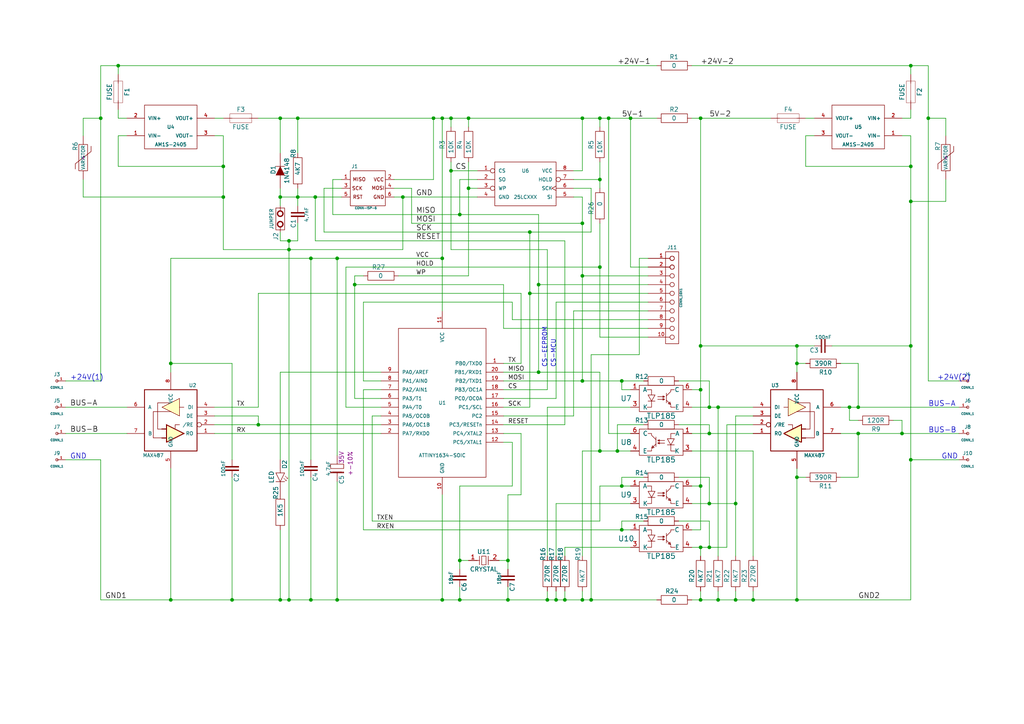
<source format=kicad_sch>
(kicad_sch (version 20211123) (generator eeschema)
  (paper "A4")
  (title_block (date "17 may 2013"))
  (lib_symbols
    (symbol "buscom-hub-rescue:25LCXXX" (pin_names (offset 1.016))
      (property "Reference" "U" (at 0 3.81 0))
      (property "Value" "25LCXXX" (at 0 -3.81 0))
      (symbol "25LCXXX_1_1"
        (pin input inverted (at -13.97 3.81 0) (length 5.08) (name "CS") (number "1"))
        (pin output line (at -13.97 1.27 0) (length 5.08) (name "SO") (number "2"))
        (pin input inverted (at -13.97 -1.27 0) (length 5.08) (name "WP") (number "3"))
        (pin power_in line (at -13.97 -3.81 0) (length 5.08) (name "GND") (number "4"))
        (pin input line (at 13.97 -3.81 180) (length 5.08) (name "SI") (number "5"))
        (pin input clock (at 13.97 -1.27 180) (length 5.08) (name "SCK") (number "6"))
        (pin bidirectional inverted (at 13.97 1.27 180) (length 5.08) (name "HOLD") (number "7"))
        (pin power_in line (at 13.97 3.81 180) (length 5.08) (name "VCC") (number "8"))
      )
    )
    (symbol "buscom-hub-rescue:AM1S-2405" (pin_names (offset 1.016))
      (property "Reference" "U" (at 0 0 0))
      (property "Value" "AM1S-2405" (at 0 -5.08 0))
      (symbol "AM1S-2405_1_1"
        (pin passive line (at -12.7 -2.54 0) (length 5.08) (name "VIN-") (number "1"))
        (pin power_in line (at -12.7 2.54 0) (length 5.08) (name "VIN+") (number "2"))
        (pin passive line (at 12.7 -2.54 180) (length 5.08) (name "VOUT-") (number "3"))
        (pin power_out line (at 12.7 2.54 180) (length 5.08) (name "VOUT+") (number "4"))
      )
    )
    (symbol "buscom-hub-rescue:C" (pin_numbers hide) (pin_names (offset 1.016) hide)
      (property "Reference" "C" (at 1.27 1.27 0))
      (property "Value" "C" (at 0 -2.54 0))
      (symbol "C_1_1"
        (pin input line (at -2.54 0 0) (length 1.905) (name "1") (number "1"))
        (pin input line (at 2.54 0 180) (length 1.905) (name "2") (number "2"))
      )
    )
    (symbol "buscom-hub-rescue:CONN-ISP-6" (pin_names (offset 1.016))
      (property "Reference" "J" (at -3.81 6.35 0))
      (property "Value" "CONN-ISP-6" (at -3.81 -5.715 0))
      (symbol "CONN-ISP-6_0_0"
        (text "MOSI" (at 2.9718 0.0762 0) (effects (font (size 1.016 1.016))))
        (text "SCK" (at -3.048 0 0) (effects (font (size 1.016 1.016))))
        (text "VCC" (at 3.175 2.54 0) (effects (font (size 1.016 1.016))))
      )
      (symbol "CONN-ISP-6_1_0"
        (text "GND" (at 3.175 -2.54 0) (effects (font (size 1.016 1.016))))
        (text "MISO" (at -2.4892 2.5908 0) (effects (font (size 1.016 1.016))))
        (text "RST" (at -2.921 -2.54 0) (effects (font (size 1.016 1.016))))
      )
      (symbol "CONN-ISP-6_1_1"
        (pin passive line (at -7.62 2.54 0) (length 2.54) (name "~") (number "1"))
        (pin passive line (at 7.62 2.54 180) (length 2.54) (name "~") (number "2"))
        (pin passive line (at -7.62 0 0) (length 2.54) (name "~") (number "3"))
        (pin passive line (at 7.62 0 180) (length 2.54) (name "~") (number "4"))
        (pin passive line (at -7.62 -2.54 0) (length 2.54) (name "~") (number "5"))
        (pin passive line (at 7.62 -2.54 180) (length 2.54) (name "~") (number "6"))
      )
    )
    (symbol "buscom-hub-rescue:CONN_1" (pin_names (offset 1.016))
      (property "Reference" "J" (at 0 1.905 0))
      (property "Value" "CONN_1" (at 0 -1.905 0))
      (symbol "CONN_1_1_1"
        (pin passive line (at -2.54 0 0) (length 2.54) (name "~") (number "1"))
      )
    )
    (symbol "buscom-hub-rescue:CONN_10X1" (pin_names (offset 1.016) hide)
      (property "Reference" "J" (at 1.905 14.605 0))
      (property "Value" "CONN_10X1" (at 4.445 0 90))
      (symbol "CONN_10X1_1_1"
        (pin passive inverted (at -5.08 11.43 0) (length 7.62) (name "1") (number "1"))
        (pin passive inverted (at -5.08 11.43 0) (length 7.62) (name "1") (number "1"))
        (pin input inverted (at -5.08 -11.43 0) (length 7.62) (name "10") (number "10"))
        (pin passive inverted (at -5.08 8.89 0) (length 7.62) (name "2") (number "2"))
        (pin passive inverted (at -5.08 8.89 0) (length 7.62) (name "2") (number "2"))
        (pin input inverted (at -5.08 6.35 0) (length 7.62) (name "3") (number "3"))
        (pin input inverted (at -5.08 3.81 0) (length 7.62) (name "4") (number "4"))
        (pin input inverted (at -5.08 1.27 0) (length 7.62) (name "5") (number "5"))
        (pin input inverted (at -5.08 -1.27 0) (length 7.62) (name "6") (number "6"))
        (pin input inverted (at -5.08 -3.81 0) (length 7.62) (name "7") (number "7"))
        (pin input inverted (at -5.08 -6.35 0) (length 7.62) (name "8") (number "8"))
        (pin input inverted (at -5.08 -8.89 0) (length 7.62) (name "9") (number "9"))
      )
    )
    (symbol "buscom-hub-rescue:CP" (pin_numbers hide) (pin_names (offset 1.016) hide)
      (property "Reference" "C" (at 1.905 1.27 0))
      (property "Value" "CP" (at 0 -2.54 0))
      (property "Voltage" "35V" (at -5.08 -5.334 0))
      (property "Tolrance" "+-10%" (at -5.08 -6.858 0))
      (symbol "CP_1_1"
        (pin input line (at -3.81 0 0) (length 2.54) (name "1") (number "1"))
        (pin input line (at 3.81 0 180) (length 2.54) (name "2") (number "2"))
      )
    )
    (symbol "buscom-hub-rescue:CRYSTAL" (pin_names (offset 1.016))
      (property "Reference" "U" (at 4.445 2.54 0))
      (property "Value" "CRYSTAL" (at 4.445 -2.54 0))
      (symbol "CRYSTAL_1_1"
        (pin output line (at 0 0 0) (length 2.54) (name "~") (number "1"))
        (pin output line (at 8.89 0 180) (length 2.54) (name "~") (number "2"))
      )
    )
    (symbol "buscom-hub-rescue:D" (pin_numbers hide) (pin_names (offset 1.016) hide)
      (property "Reference" "D" (at 0.254 2.032 0))
      (property "Value" "D" (at 0 -1.905 0))
      (symbol "D_1_1"
        (pin input line (at -5.08 0 0) (length 2.54) (name "A") (number "1"))
        (pin input line (at 5.08 0 180) (length 2.54) (name "C") (number "2"))
      )
    )
    (symbol "buscom-hub-rescue:FUSE" (pin_numbers hide) (pin_names (offset 1.016) hide)
      (property "Reference" "F" (at 0 2.54 0))
      (property "Value" "FUSE" (at 0 -2.54 0))
      (symbol "FUSE_1_1"
        (pin input line (at -5.08 0 0) (length 2.54) (name "1") (number "1"))
        (pin input line (at 5.08 0 180) (length 2.54) (name "2") (number "2"))
      )
    )
    (symbol "buscom-hub-rescue:JUMPER" (pin_numbers hide) (pin_names (offset 1.016) hide)
      (property "Reference" "J" (at -0.508 2.54 0))
      (property "Value" "JUMPER" (at 0 -2.54 0))
      (symbol "JUMPER_0_1"
        (pin passive line (at 3.81 0 180) (length 1.27) (name "2") (number "2"))
      )
      (symbol "JUMPER_1_1"
        (pin passive line (at -3.81 0 0) (length 1.27) (name "1") (number "1"))
      )
    )
    (symbol "buscom-hub-rescue:LED" (pin_numbers hide) (pin_names (offset 1.016) hide)
      (property "Reference" "D" (at 0 5.08 0))
      (property "Value" "LED" (at 3.175 1.27 0))
      (symbol "LED_1_1"
        (pin input line (at 0 3.81 0) (length 2.54) (name "A") (number "1"))
        (pin input line (at 10.16 3.81 180) (length 2.54) (name "C") (number "2"))
      )
    )
    (symbol "buscom-hub-rescue:MAX487" (pin_names (offset 1.016))
      (property "Reference" "U" (at -6.35 10.16 0))
      (property "Value" "MAX487" (at 5.08 -10.16 0))
      (symbol "MAX487_0_1"
        (pin output line (at -12.7 -3.81 0) (length 5.08) (name "RO") (number "1"))
      )
      (symbol "MAX487_1_1"
        (pin input inverted (at -12.7 -1.27 0) (length 5.08) (name "/RE") (number "2"))
        (pin input line (at -12.7 1.27 0) (length 5.08) (name "DE") (number "3"))
        (pin input line (at -12.7 3.81 0) (length 5.08) (name "DI") (number "4"))
        (pin power_out line (at 0 -13.97 90) (length 5.08) (name "GND") (number "5"))
        (pin bidirectional line (at 12.7 3.81 180) (length 5.08) (name "A") (number "6"))
        (pin bidirectional line (at 12.7 -3.81 180) (length 5.08) (name "B") (number "7"))
        (pin power_in line (at 0 13.97 270) (length 5.08) (name "VCC") (number "8"))
      )
    )
    (symbol "buscom-hub-rescue:OPTOKOPPLER" (pin_names (offset 1.016))
      (property "Reference" "U" (at 0 5.08 0))
      (property "Value" "OPTOKOPPLER" (at 0 -5.08 0))
      (symbol "OPTOKOPPLER_1_1"
        (pin input line (at -8.89 2.54 0) (length 2.54) (name "A") (number "1"))
        (pin input line (at -8.89 -2.54 0) (length 2.54) (name "K") (number "3"))
        (pin input line (at 8.89 -2.54 180) (length 2.54) (name "E") (number "4"))
        (pin input line (at 8.89 2.54 180) (length 2.54) (name "C") (number "6"))
      )
    )
    (symbol "buscom-hub-rescue:R" (pin_numbers hide) (pin_names (offset 1.016) hide)
      (property "Reference" "R" (at -1.27 -2.54 0))
      (property "Value" "R" (at -0.635 0 0))
      (symbol "R_1_1"
        (pin passive line (at -5.08 0 0) (length 1.27) (name "1") (number "1"))
        (pin passive line (at 5.08 0 180) (length 1.27) (name "2") (number "2"))
      )
    )
    (symbol "ics_controller_atmel:ATTINY1634-SOIC" (pin_names (offset 1.016))
      (property "Reference" "U" (at 0 0 0))
      (property "Value" "ATTINY1634-SOIC" (at 0 -15.24 0))
      (symbol "ATTINY1634-SOIC_1_1"
        (pin bidirectional line (at 17.78 11.43 180) (length 5.08) (name "PB0/TXD0") (number "1"))
        (pin power_in line (at 0 -26.67 90) (length 5.08) (name "GND") (number "10"))
        (pin power_in line (at 0 26.67 270) (length 5.08) (name "VCC") (number "11"))
        (pin bidirectional line (at 17.78 -11.43 180) (length 5.08) (name "PC5/XTAL1") (number "12"))
        (pin bidirectional line (at 17.78 -8.89 180) (length 5.08) (name "PC4/XTAL2") (number "13"))
        (pin bidirectional line (at 17.78 -6.35 180) (length 5.08) (name "PC3/RESETn") (number "14"))
        (pin bidirectional line (at 17.78 -3.81 180) (length 5.08) (name "PC2") (number "15"))
        (pin bidirectional line (at 17.78 -1.27 180) (length 5.08) (name "PC1/SCL") (number "16"))
        (pin bidirectional line (at 17.78 1.27 180) (length 5.08) (name "PC0/OC0A") (number "17"))
        (pin bidirectional line (at 17.78 3.81 180) (length 5.08) (name "PB3/OC1A") (number "18"))
        (pin bidirectional line (at 17.78 6.35 180) (length 5.08) (name "PB2/TXD1") (number "19"))
        (pin bidirectional line (at -17.78 -8.89 0) (length 5.08) (name "PA7/RXD0") (number "2"))
        (pin bidirectional line (at 17.78 8.89 180) (length 5.08) (name "PB1/RXD1") (number "20"))
        (pin bidirectional line (at -17.78 -6.35 0) (length 5.08) (name "PA6/OC1B") (number "3"))
        (pin bidirectional line (at -17.78 -3.81 0) (length 5.08) (name "PA5/OC0B") (number "4"))
        (pin bidirectional line (at -17.78 -1.27 0) (length 5.08) (name "PA4/T0") (number "5"))
        (pin input line (at -17.78 1.27 0) (length 5.08) (name "PA3/T1") (number "6"))
        (pin bidirectional line (at -17.78 3.81 0) (length 5.08) (name "PA2/AIN1") (number "7"))
        (pin bidirectional line (at -17.78 6.35 0) (length 5.08) (name "PA1/AIN0") (number "8"))
        (pin bidirectional line (at -17.78 8.89 0) (length 5.08) (name "PA0/AREF") (number "9"))
      )
    )
    (symbol "standard:Varistor" (pin_numbers hide) (pin_names (offset 1.016) hide)
      (property "Reference" "R" (at -3.937 -2.286 0))
      (property "Value" "Varistor" (at 0 0 0))
      (symbol "Varistor_1_1"
        (pin input line (at -6.35 0 0) (length 2.54) (name "1") (number "1"))
        (pin input line (at 6.35 0 180) (length 2.54) (name "2") (number "2"))
      )
    )
  )
  (junction (at 264.16 133.35))
  (junction (at 173.99 130.81))
  (junction (at 203.2 113.03))
  (junction (at 231.14 138.43))
  (junction (at 130.81 34.29))
  (junction (at 147.32 173.99))
  (junction (at 213.36 146.05))
  (junction (at 147.32 162.56))
  (junction (at 86.36 57.15))
  (junction (at 231.14 100.33))
  (junction (at 135.89 34.29))
  (junction (at 90.17 173.99))
  (junction (at 116.84 57.15))
  (junction (at 205.74 118.11))
  (junction (at 90.17 74.93))
  (junction (at 83.82 173.99))
  (junction (at 135.89 54.61))
  (junction (at 81.28 57.15))
  (junction (at 133.35 173.99))
  (junction (at 205.74 158.75))
  (junction (at 81.28 173.99))
  (junction (at 264.16 100.33))
  (junction (at 205.74 125.73))
  (junction (at 125.73 34.29))
  (junction (at 64.77 48.26))
  (junction (at 203.2 158.75))
  (junction (at 83.82 72.39))
  (junction (at 83.82 69.85))
  (junction (at 97.79 173.99))
  (junction (at 264.16 58.42))
  (junction (at 208.28 118.11))
  (junction (at 161.29 173.99))
  (junction (at 176.53 34.29))
  (junction (at 203.2 173.99))
  (junction (at 171.45 173.99))
  (junction (at 168.91 110.49))
  (junction (at 203.2 34.29))
  (junction (at 158.75 173.99))
  (junction (at 133.35 162.56))
  (junction (at 264.16 48.26))
  (junction (at 163.83 173.99))
  (junction (at 49.53 173.99))
  (junction (at 173.99 34.29))
  (junction (at 173.99 77.47))
  (junction (at 261.62 125.73))
  (junction (at 102.87 82.55))
  (junction (at 168.91 173.99))
  (junction (at 128.27 173.99))
  (junction (at 218.44 173.99))
  (junction (at 179.07 130.81))
  (junction (at 168.91 80.01))
  (junction (at 203.2 100.33))
  (junction (at 182.88 34.29))
  (junction (at 264.16 19.05))
  (junction (at 128.27 74.93))
  (junction (at 81.28 34.29))
  (junction (at 208.28 173.99))
  (junction (at 133.35 62.23))
  (junction (at 180.34 140.97))
  (junction (at 74.93 123.19))
  (junction (at 269.24 34.29))
  (junction (at 246.38 118.11))
  (junction (at 156.21 107.95))
  (junction (at 205.74 146.05))
  (junction (at 128.27 34.29))
  (junction (at 168.91 34.29))
  (junction (at 97.79 74.93))
  (junction (at 67.31 173.99))
  (junction (at 213.36 173.99))
  (junction (at 86.36 34.29))
  (junction (at 173.99 52.07))
  (junction (at 29.21 34.29))
  (junction (at 153.67 67.31))
  (junction (at 168.91 64.77))
  (junction (at 248.92 118.11))
  (junction (at 130.81 49.53))
  (junction (at 153.67 85.09))
  (junction (at 91.44 57.15))
  (junction (at 156.21 82.55))
  (junction (at 34.29 19.05))
  (junction (at 180.34 153.67))
  (junction (at 203.2 140.97))
  (junction (at 248.92 125.73))
  (junction (at 180.34 110.49))
  (junction (at 49.53 105.41))
  (junction (at 231.14 105.41))
  (junction (at 231.14 173.99))
  (junction (at 64.77 57.15))
  (wire (pts (xy 205.74 151.13) (xy 196.85 151.13)))
  (wire (pts (xy 130.81 46.99) (xy 130.81 49.53)))
  (wire (pts (xy 107.95 120.65) (xy 107.95 151.13)))
  (wire (pts (xy 200.66 19.05) (xy 264.16 19.05)))
  (wire (pts (xy 190.5 19.05) (xy 34.29 19.05)))
  (wire (pts (xy 171.45 102.87) (xy 185.42 102.87)))
  (wire (pts (xy 148.59 87.63) (xy 148.59 92.71)))
  (wire (pts (xy 233.68 39.37) (xy 233.68 48.26)))
  (wire (pts (xy 97.79 173.99) (xy 90.17 173.99)))
  (wire (pts (xy 34.29 19.05) (xy 34.29 21.59)))
  (wire (pts (xy 105.41 113.03) (xy 110.49 113.03)))
  (wire (pts (xy 81.28 57.15) (xy 81.28 59.69)))
  (wire (pts (xy 182.88 34.29) (xy 176.53 34.29)))
  (wire (pts (xy 185.42 74.93) (xy 185.42 102.87)))
  (wire (pts (xy 146.05 82.55) (xy 146.05 95.25)))
  (wire (pts (xy 158.75 173.99) (xy 158.75 171.45)))
  (wire (pts (xy 81.28 107.95) (xy 110.49 107.95)))
  (wire (pts (xy 264.16 48.26) (xy 264.16 39.37)))
  (wire (pts (xy 153.67 118.11) (xy 146.05 118.11)))
  (wire (pts (xy 180.34 113.03) (xy 182.88 113.03)))
  (wire (pts (xy 161.29 115.57) (xy 161.29 87.63)))
  (wire (pts (xy 187.96 90.17) (xy 166.37 90.17)))
  (wire (pts (xy 102.87 82.55) (xy 102.87 115.57)))
  (wire (pts (xy 264.16 173.99) (xy 264.16 133.35)))
  (wire (pts (xy 190.5 34.29) (xy 182.88 34.29)))
  (wire (pts (xy 205.74 158.75) (xy 205.74 151.13)))
  (wire (pts (xy 205.74 110.49) (xy 205.74 118.11)))
  (wire (pts (xy 171.45 54.61) (xy 171.45 67.31)))
  (wire (pts (xy 208.28 173.99) (xy 203.2 173.99)))
  (wire (pts (xy 205.74 118.11) (xy 200.66 118.11)))
  (wire (pts (xy 119.38 64.77) (xy 168.91 64.77)))
  (wire (pts (xy 151.13 85.09) (xy 74.93 85.09)))
  (wire (pts (xy 264.16 133.35) (xy 264.16 100.33)))
  (wire (pts (xy 83.82 173.99) (xy 83.82 72.39)))
  (wire (pts (xy 163.83 173.99) (xy 163.83 171.45)))
  (wire (pts (xy 36.83 39.37) (xy 34.29 39.37)))
  (wire (pts (xy 125.73 34.29) (xy 125.73 52.07)))
  (wire (pts (xy 151.13 143.51) (xy 151.13 125.73)))
  (wire (pts (xy 133.35 140.97) (xy 148.59 140.97)))
  (wire (pts (xy 205.74 138.43) (xy 196.85 138.43)))
  (wire (pts (xy 182.88 34.29) (xy 182.88 77.47)))
  (wire (pts (xy 102.87 82.55) (xy 146.05 82.55)))
  (wire (pts (xy 278.13 110.49) (xy 269.24 110.49)))
  (wire (pts (xy 187.96 80.01) (xy 168.91 80.01)))
  (wire (pts (xy 161.29 173.99) (xy 158.75 173.99)))
  (wire (pts (xy 168.91 173.99) (xy 168.91 171.45)))
  (wire (pts (xy 125.73 34.29) (xy 86.36 34.29)))
  (wire (pts (xy 231.14 107.95) (xy 231.14 105.41)))
  (wire (pts (xy 147.32 165.1) (xy 147.32 162.56)))
  (wire (pts (xy 102.87 115.57) (xy 110.49 115.57)))
  (wire (pts (xy 231.14 173.99) (xy 218.44 173.99)))
  (wire (pts (xy 173.99 54.61) (xy 173.99 52.07)))
  (wire (pts (xy 147.32 173.99) (xy 133.35 173.99)))
  (wire (pts (xy 158.75 173.99) (xy 147.32 173.99)))
  (wire (pts (xy 24.13 57.15) (xy 64.77 57.15)))
  (wire (pts (xy 203.2 140.97) (xy 200.66 140.97)))
  (wire (pts (xy 248.92 118.11) (xy 278.13 118.11)))
  (wire (pts (xy 264.16 58.42) (xy 264.16 48.26)))
  (wire (pts (xy 133.35 173.99) (xy 133.35 170.18)))
  (wire (pts (xy 158.75 118.11) (xy 158.75 161.29)))
  (wire (pts (xy 116.84 57.15) (xy 116.84 72.39)))
  (wire (pts (xy 261.62 125.73) (xy 278.13 125.73)))
  (wire (pts (xy 200.66 125.73) (xy 205.74 125.73)))
  (wire (pts (xy 261.62 34.29) (xy 264.16 34.29)))
  (wire (pts (xy 146.05 123.19) (xy 163.83 123.19)))
  (wire (pts (xy 97.79 74.93) (xy 128.27 74.93)))
  (wire (pts (xy 168.91 64.77) (xy 168.91 57.15)))
  (wire (pts (xy 133.35 52.07) (xy 133.35 62.23)))
  (wire (pts (xy 233.68 48.26) (xy 264.16 48.26)))
  (wire (pts (xy 146.05 115.57) (xy 161.29 115.57)))
  (wire (pts (xy 205.74 125.73) (xy 218.44 125.73)))
  (wire (pts (xy 186.69 138.43) (xy 180.34 138.43)))
  (wire (pts (xy 34.29 39.37) (xy 34.29 48.26)))
  (wire (pts (xy 248.92 118.11) (xy 248.92 105.41)))
  (wire (pts (xy 133.35 173.99) (xy 128.27 173.99)))
  (wire (pts (xy 187.96 87.63) (xy 161.29 87.63)))
  (wire (pts (xy 74.93 118.11) (xy 62.23 118.11)))
  (wire (pts (xy 29.21 110.49) (xy 19.05 110.49)))
  (wire (pts (xy 208.28 161.29) (xy 208.28 118.11)))
  (wire (pts (xy 166.37 90.17) (xy 166.37 120.65)))
  (wire (pts (xy 180.34 110.49) (xy 180.34 113.03)))
  (wire (pts (xy 133.35 62.23) (xy 156.21 62.23)))
  (wire (pts (xy 130.81 34.29) (xy 128.27 34.29)))
  (wire (pts (xy 186.69 110.49) (xy 180.34 110.49)))
  (wire (pts (xy 261.62 121.92) (xy 261.62 125.73)))
  (wire (pts (xy 81.28 34.29) (xy 74.93 34.29)))
  (wire (pts (xy 246.38 118.11) (xy 248.92 118.11)))
  (wire (pts (xy 179.07 123.19) (xy 186.69 123.19)))
  (wire (pts (xy 180.34 151.13) (xy 180.34 153.67)))
  (wire (pts (xy 74.93 123.19) (xy 110.49 123.19)))
  (wire (pts (xy 205.74 123.19) (xy 205.74 125.73)))
  (wire (pts (xy 168.91 110.49) (xy 146.05 110.49)))
  (wire (pts (xy 133.35 162.56) (xy 133.35 140.97)))
  (wire (pts (xy 83.82 72.39) (xy 64.77 72.39)))
  (wire (pts (xy 203.2 100.33) (xy 231.14 100.33)))
  (wire (pts (xy 64.77 48.26) (xy 64.77 39.37)))
  (wire (pts (xy 171.45 173.99) (xy 168.91 173.99)))
  (wire (pts (xy 49.53 107.95) (xy 49.53 105.41)))
  (wire (pts (xy 173.99 130.81) (xy 179.07 130.81)))
  (wire (pts (xy 200.66 158.75) (xy 203.2 158.75)))
  (wire (pts (xy 163.83 173.99) (xy 161.29 173.99)))
  (wire (pts (xy 161.29 146.05) (xy 161.29 161.29)))
  (wire (pts (xy 138.43 49.53) (xy 130.81 49.53)))
  (wire (pts (xy 196.85 110.49) (xy 205.74 110.49)))
  (wire (pts (xy 173.99 140.97) (xy 173.99 151.13)))
  (wire (pts (xy 119.38 54.61) (xy 114.3 54.61)))
  (wire (pts (xy 168.91 34.29) (xy 168.91 49.53)))
  (wire (pts (xy 168.91 49.53) (xy 166.37 49.53)))
  (wire (pts (xy 105.41 153.67) (xy 105.41 113.03)))
  (wire (pts (xy 269.24 110.49) (xy 269.24 34.29)))
  (wire (pts (xy 158.75 113.03) (xy 146.05 113.03)))
  (wire (pts (xy 128.27 143.51) (xy 128.27 173.99)))
  (wire (pts (xy 218.44 173.99) (xy 218.44 171.45)))
  (wire (pts (xy 148.59 92.71) (xy 187.96 92.71)))
  (wire (pts (xy 153.67 67.31) (xy 93.98 67.31)))
  (wire (pts (xy 81.28 57.15) (xy 86.36 57.15)))
  (wire (pts (xy 243.84 118.11) (xy 246.38 118.11)))
  (wire (pts (xy 64.77 48.26) (xy 34.29 48.26)))
  (wire (pts (xy 182.88 153.67) (xy 180.34 153.67)))
  (wire (pts (xy 168.91 34.29) (xy 135.89 34.29)))
  (wire (pts (xy 62.23 34.29) (xy 64.77 34.29)))
  (wire (pts (xy 146.05 107.95) (xy 156.21 107.95)))
  (wire (pts (xy 67.31 105.41) (xy 49.53 105.41)))
  (wire (pts (xy 168.91 161.29) (xy 168.91 130.81)))
  (wire (pts (xy 119.38 54.61) (xy 119.38 64.77)))
  (wire (pts (xy 24.13 39.37) (xy 24.13 34.29)))
  (wire (pts (xy 86.36 34.29) (xy 81.28 34.29)))
  (wire (pts (xy 264.16 173.99) (xy 231.14 173.99)))
  (wire (pts (xy 264.16 100.33) (xy 264.16 58.42)))
  (wire (pts (xy 200.66 34.29) (xy 203.2 34.29)))
  (wire (pts (xy 133.35 165.1) (xy 133.35 162.56)))
  (wire (pts (xy 190.5 173.99) (xy 171.45 173.99)))
  (wire (pts (xy 153.67 85.09) (xy 153.67 118.11)))
  (wire (pts (xy 156.21 107.95) (xy 173.99 107.95)))
  (wire (pts (xy 213.36 161.29) (xy 213.36 146.05)))
  (wire (pts (xy 144.78 162.56) (xy 147.32 162.56)))
  (wire (pts (xy 203.2 140.97) (xy 203.2 153.67)))
  (wire (pts (xy 243.84 125.73) (xy 248.92 125.73)))
  (wire (pts (xy 135.89 80.01) (xy 115.57 80.01)))
  (wire (pts (xy 213.36 173.99) (xy 213.36 171.45)))
  (wire (pts (xy 146.05 95.25) (xy 187.96 95.25)))
  (wire (pts (xy 168.91 57.15) (xy 166.37 57.15)))
  (wire (pts (xy 210.82 123.19) (xy 210.82 158.75)))
  (wire (pts (xy 105.41 87.63) (xy 105.41 110.49)))
  (wire (pts (xy 173.99 107.95) (xy 173.99 130.81)))
  (wire (pts (xy 81.28 67.31) (xy 81.28 69.85)))
  (wire (pts (xy 81.28 54.61) (xy 81.28 57.15)))
  (wire (pts (xy 203.2 113.03) (xy 203.2 140.97)))
  (wire (pts (xy 110.49 125.73) (xy 62.23 125.73)))
  (wire (pts (xy 205.74 146.05) (xy 200.66 146.05)))
  (wire (pts (xy 166.37 52.07) (xy 173.99 52.07)))
  (wire (pts (xy 161.29 173.99) (xy 161.29 171.45)))
  (wire (pts (xy 203.2 34.29) (xy 223.52 34.29)))
  (wire (pts (xy 96.52 52.07) (xy 96.52 62.23)))
  (wire (pts (xy 274.32 52.07) (xy 274.32 58.42)))
  (wire (pts (xy 203.2 173.99) (xy 200.66 173.99)))
  (wire (pts (xy 86.36 34.29) (xy 86.36 44.45)))
  (wire (pts (xy 100.33 118.11) (xy 100.33 77.47)))
  (wire (pts (xy 148.59 128.27) (xy 146.05 128.27)))
  (wire (pts (xy 146.05 105.41) (xy 151.13 105.41)))
  (wire (pts (xy 248.92 138.43) (xy 243.84 138.43)))
  (wire (pts (xy 264.16 19.05) (xy 264.16 21.59)))
  (wire (pts (xy 236.22 39.37) (xy 233.68 39.37)))
  (wire (pts (xy 171.45 102.87) (xy 171.45 173.99)))
  (wire (pts (xy 168.91 80.01) (xy 168.91 64.77)))
  (wire (pts (xy 74.93 118.11) (xy 74.93 85.09)))
  (wire (pts (xy 248.92 105.41) (xy 243.84 105.41)))
  (wire (pts (xy 74.93 120.65) (xy 62.23 120.65)))
  (wire (pts (xy 233.68 105.41) (xy 231.14 105.41)))
  (wire (pts (xy 182.88 158.75) (xy 163.83 158.75)))
  (wire (pts (xy 135.89 46.99) (xy 135.89 54.61)))
  (wire (pts (xy 116.84 57.15) (xy 114.3 57.15)))
  (wire (pts (xy 125.73 52.07) (xy 114.3 52.07)))
  (wire (pts (xy 205.74 158.75) (xy 210.82 158.75)))
  (wire (pts (xy 187.96 85.09) (xy 153.67 85.09)))
  (wire (pts (xy 203.2 113.03) (xy 200.66 113.03)))
  (wire (pts (xy 97.79 74.93) (xy 97.79 132.08)))
  (wire (pts (xy 163.83 69.85) (xy 163.83 123.19)))
  (wire (pts (xy 130.81 34.29) (xy 130.81 36.83)))
  (wire (pts (xy 83.82 69.85) (xy 86.36 69.85)))
  (wire (pts (xy 218.44 118.11) (xy 208.28 118.11)))
  (wire (pts (xy 29.21 173.99) (xy 29.21 133.35)))
  (wire (pts (xy 151.13 125.73) (xy 146.05 125.73)))
  (wire (pts (xy 166.37 120.65) (xy 146.05 120.65)))
  (wire (pts (xy 99.06 52.07) (xy 96.52 52.07)))
  (wire (pts (xy 173.99 64.77) (xy 173.99 77.47)))
  (wire (pts (xy 203.2 100.33) (xy 203.2 113.03)))
  (wire (pts (xy 264.16 39.37) (xy 261.62 39.37)))
  (wire (pts (xy 180.34 110.49) (xy 168.91 110.49)))
  (wire (pts (xy 173.99 52.07) (xy 173.99 46.99)))
  (wire (pts (xy 19.05 125.73) (xy 36.83 125.73)))
  (wire (pts (xy 130.81 49.53) (xy 130.81 72.39)))
  (wire (pts (xy 24.13 34.29) (xy 29.21 34.29)))
  (wire (pts (xy 128.27 90.17) (xy 128.27 74.93)))
  (wire (pts (xy 147.32 173.99) (xy 147.32 170.18)))
  (wire (pts (xy 91.44 57.15) (xy 99.06 57.15)))
  (wire (pts (xy 90.17 173.99) (xy 90.17 138.43)))
  (wire (pts (xy 205.74 146.05) (xy 205.74 138.43)))
  (wire (pts (xy 86.36 54.61) (xy 86.36 57.15)))
  (wire (pts (xy 213.36 146.05) (xy 205.74 146.05)))
  (wire (pts (xy 248.92 125.73) (xy 248.92 138.43)))
  (wire (pts (xy 173.99 34.29) (xy 168.91 34.29)))
  (wire (pts (xy 151.13 105.41) (xy 151.13 85.09)))
  (wire (pts (xy 34.29 19.05) (xy 29.21 19.05)))
  (wire (pts (xy 81.28 69.85) (xy 83.82 69.85)))
  (wire (pts (xy 231.14 105.41) (xy 231.14 100.33)))
  (wire (pts (xy 86.36 64.77) (xy 86.36 69.85)))
  (wire (pts (xy 218.44 161.29) (xy 218.44 130.81)))
  (wire (pts (xy 135.89 34.29) (xy 130.81 34.29)))
  (wire (pts (xy 100.33 77.47) (xy 173.99 77.47)))
  (wire (pts (xy 196.85 123.19) (xy 205.74 123.19)))
  (wire (pts (xy 49.53 105.41) (xy 49.53 74.93)))
  (wire (pts (xy 203.2 153.67) (xy 200.66 153.67)))
  (wire (pts (xy 213.36 120.65) (xy 218.44 120.65)))
  (wire (pts (xy 156.21 107.95) (xy 156.21 82.55)))
  (wire (pts (xy 19.05 118.11) (xy 36.83 118.11)))
  (wire (pts (xy 64.77 57.15) (xy 64.77 48.26)))
  (wire (pts (xy 110.49 118.11) (xy 100.33 118.11)))
  (wire (pts (xy 173.99 34.29) (xy 173.99 36.83)))
  (wire (pts (xy 213.36 146.05) (xy 213.36 120.65)))
  (wire (pts (xy 138.43 57.15) (xy 116.84 57.15)))
  (wire (pts (xy 208.28 173.99) (xy 208.28 171.45)))
  (wire (pts (xy 168.91 130.81) (xy 173.99 130.81)))
  (wire (pts (xy 187.96 74.93) (xy 185.42 74.93)))
  (wire (pts (xy 176.53 125.73) (xy 176.53 34.29)))
  (wire (pts (xy 102.87 80.01) (xy 105.41 80.01)))
  (wire (pts (xy 67.31 133.35) (xy 67.31 105.41)))
  (wire (pts (xy 173.99 151.13) (xy 107.95 151.13)))
  (wire (pts (xy 148.59 140.97) (xy 148.59 128.27)))
  (wire (pts (xy 203.2 34.29) (xy 203.2 100.33)))
  (wire (pts (xy 128.27 74.93) (xy 128.27 34.29)))
  (wire (pts (xy 96.52 62.23) (xy 133.35 62.23)))
  (wire (pts (xy 182.88 125.73) (xy 176.53 125.73)))
  (wire (pts (xy 147.32 162.56) (xy 147.32 143.51)))
  (wire (pts (xy 128.27 173.99) (xy 97.79 173.99)))
  (wire (pts (xy 135.89 54.61) (xy 135.89 80.01)))
  (wire (pts (xy 135.89 34.29) (xy 135.89 36.83)))
  (wire (pts (xy 180.34 140.97) (xy 173.99 140.97)))
  (wire (pts (xy 168.91 110.49) (xy 168.91 80.01)))
  (wire (pts (xy 180.34 153.67) (xy 105.41 153.67)))
  (wire (pts (xy 231.14 173.99) (xy 231.14 138.43)))
  (wire (pts (xy 49.53 135.89) (xy 49.53 173.99)))
  (wire (pts (xy 158.75 113.03) (xy 158.75 72.39)))
  (wire (pts (xy 105.41 110.49) (xy 110.49 110.49)))
  (wire (pts (xy 81.28 173.99) (xy 67.31 173.99)))
  (wire (pts (xy 213.36 173.99) (xy 208.28 173.99)))
  (wire (pts (xy 269.24 34.29) (xy 269.24 19.05)))
  (wire (pts (xy 102.87 80.01) (xy 102.87 82.55)))
  (wire (pts (xy 24.13 52.07) (xy 24.13 57.15)))
  (wire (pts (xy 173.99 97.79) (xy 187.96 97.79)))
  (wire (pts (xy 34.29 34.29) (xy 34.29 31.75)))
  (wire (pts (xy 264.16 34.29) (xy 264.16 31.75)))
  (wire (pts (xy 203.2 158.75) (xy 205.74 158.75)))
  (wire (pts (xy 90.17 133.35) (xy 90.17 74.93)))
  (wire (pts (xy 182.88 77.47) (xy 187.96 77.47)))
  (wire (pts (xy 135.89 162.56) (xy 133.35 162.56)))
  (wire (pts (xy 259.08 121.92) (xy 261.62 121.92)))
  (wire (pts (xy 83.82 173.99) (xy 81.28 173.99)))
  (wire (pts (xy 116.84 72.39) (xy 83.82 72.39)))
  (wire (pts (xy 233.68 34.29) (xy 236.22 34.29)))
  (wire (pts (xy 180.34 138.43) (xy 180.34 140.97)))
  (wire (pts (xy 187.96 82.55) (xy 156.21 82.55)))
  (wire (pts (xy 182.88 140.97) (xy 180.34 140.97)))
  (wire (pts (xy 29.21 34.29) (xy 29.21 110.49)))
  (wire (pts (xy 105.41 87.63) (xy 148.59 87.63)))
  (wire (pts (xy 93.98 54.61) (xy 99.06 54.61)))
  (wire (pts (xy 264.16 133.35) (xy 278.13 133.35)))
  (wire (pts (xy 171.45 67.31) (xy 153.67 67.31)))
  (wire (pts (xy 179.07 130.81) (xy 182.88 130.81)))
  (wire (pts (xy 274.32 58.42) (xy 264.16 58.42)))
  (wire (pts (xy 274.32 34.29) (xy 274.32 39.37)))
  (wire (pts (xy 107.95 120.65) (xy 110.49 120.65)))
  (wire (pts (xy 208.28 118.11) (xy 205.74 118.11)))
  (wire (pts (xy 138.43 52.07) (xy 133.35 52.07)))
  (wire (pts (xy 248.92 125.73) (xy 261.62 125.73)))
  (wire (pts (xy 91.44 69.85) (xy 163.83 69.85)))
  (wire (pts (xy 269.24 34.29) (xy 274.32 34.29)))
  (wire (pts (xy 74.93 123.19) (xy 74.93 120.65)))
  (wire (pts (xy 166.37 54.61) (xy 171.45 54.61)))
  (wire (pts (xy 231.14 100.33) (xy 236.22 100.33)))
  (wire (pts (xy 218.44 130.81) (xy 200.66 130.81)))
  (wire (pts (xy 36.83 34.29) (xy 34.29 34.29)))
  (wire (pts (xy 93.98 54.61) (xy 93.98 67.31)))
  (wire (pts (xy 233.68 138.43) (xy 231.14 138.43)))
  (wire (pts (xy 62.23 123.19) (xy 74.93 123.19)))
  (wire (pts (xy 246.38 118.11) (xy 246.38 121.92)))
  (wire (pts (xy 49.53 173.99) (xy 29.21 173.99)))
  (wire (pts (xy 91.44 57.15) (xy 91.44 69.85)))
  (wire (pts (xy 264.16 100.33) (xy 241.3 100.33)))
  (wire (pts (xy 179.07 130.81) (xy 179.07 123.19)))
  (wire (pts (xy 147.32 143.51) (xy 151.13 143.51)))
  (wire (pts (xy 264.16 19.05) (xy 269.24 19.05)))
  (wire (pts (xy 67.31 173.99) (xy 49.53 173.99)))
  (wire (pts (xy 246.38 121.92) (xy 248.92 121.92)))
  (wire (pts (xy 176.53 34.29) (xy 173.99 34.29)))
  (wire (pts (xy 218.44 173.99) (xy 213.36 173.99)))
  (wire (pts (xy 64.77 72.39) (xy 64.77 57.15)))
  (wire (pts (xy 97.79 173.99) (xy 97.79 139.7)))
  (wire (pts (xy 128.27 34.29) (xy 125.73 34.29)))
  (wire (pts (xy 218.44 123.19) (xy 210.82 123.19)))
  (wire (pts (xy 182.88 146.05) (xy 161.29 146.05)))
  (wire (pts (xy 173.99 77.47) (xy 173.99 97.79)))
  (wire (pts (xy 81.28 34.29) (xy 81.28 44.45)))
  (wire (pts (xy 203.2 173.99) (xy 203.2 171.45)))
  (wire (pts (xy 158.75 72.39) (xy 130.81 72.39)))
  (wire (pts (xy 81.28 173.99) (xy 81.28 153.67)))
  (wire (pts (xy 153.67 67.31) (xy 153.67 85.09)))
  (wire (pts (xy 156.21 82.55) (xy 156.21 62.23)))
  (wire (pts (xy 163.83 158.75) (xy 163.83 161.29)))
  (wire (pts (xy 86.36 57.15) (xy 91.44 57.15)))
  (wire (pts (xy 49.53 74.93) (xy 90.17 74.93)))
  (wire (pts (xy 182.88 118.11) (xy 158.75 118.11)))
  (wire (pts (xy 203.2 158.75) (xy 203.2 161.29)))
  (wire (pts (xy 186.69 151.13) (xy 180.34 151.13)))
  (wire (pts (xy 67.31 173.99) (xy 67.31 138.43)))
  (wire (pts (xy 29.21 19.05) (xy 29.21 34.29)))
  (wire (pts (xy 62.23 39.37) (xy 64.77 39.37)))
  (wire (pts (xy 231.14 138.43) (xy 231.14 135.89)))
  (wire (pts (xy 90.17 173.99) (xy 83.82 173.99)))
  (wire (pts (xy 83.82 72.39) (xy 83.82 69.85)))
  (wire (pts (xy 81.28 133.35) (xy 81.28 107.95)))
  (wire (pts (xy 138.43 54.61) (xy 135.89 54.61)))
  (wire (pts (xy 168.91 173.99) (xy 163.83 173.99)))
  (wire (pts (xy 29.21 133.35) (xy 19.05 133.35)))
  (wire (pts (xy 90.17 74.93) (xy 97.79 74.93)))
  (wire (pts (xy 86.36 57.15) (xy 86.36 59.69)))
  (text "GND" (at 273.05 133.35 0) (effects (font (size 1.524 1.524)) (justify left bottom)))
  (text "CS-EEPROM" (at 158.75 106.68 90) (effects (font (size 1.27 1.27)) (justify left bottom)))
  (text "CS-MCU" (at 161.29 106.68 90) (effects (font (size 1.27 1.27)) (justify left bottom)))
  (text "GND" (at 20.32 133.35 0) (effects (font (size 1.524 1.524)) (justify left bottom)))
  (text "BUS-A" (at 269.24 118.11 0) (effects (font (size 1.524 1.524)) (justify left bottom)))
  (text "BUS-B" (at 269.24 125.73 0) (effects (font (size 1.524 1.524)) (justify left bottom)))
  (text "+24V(2)" (at 271.78 110.49 0) (effects (font (size 1.524 1.524)) (justify left bottom)))
  (text "+24V(1)" (at 20.32 110.49 0) (effects (font (size 1.524 1.524)) (justify left bottom)))
  (label "TX" (at 68.58 118.11 0))
  (label "HOLD" (at 120.65 77.47 0))
  (label "GND1" (at 30.48 173.99 0) (effects (font (size 1.524 1.524))))
  (label "RXEN" (at 109.22 153.67 0))
  (label "GND2" (at 248.92 173.99 0) (effects (font (size 1.524 1.524))))
  (label "MISO" (at 147.32 107.95 0))
  (label "WP" (at 120.65 80.01 0))
  (label "GND" (at 120.65 57.15 0) (effects (font (size 1.524 1.524))))
  (label "SCK" (at 120.65 67.31 0) (effects (font (size 1.524 1.524))))
  (label "MOSI" (at 147.32 110.49 0))
  (label "5V-1" (at 180.34 34.29 0) (effects (font (size 1.524 1.524))))
  (label "5V-2" (at 205.74 34.29 0) (effects (font (size 1.524 1.524))))
  (label "RESET" (at 120.65 69.85 0) (effects (font (size 1.524 1.524))))
  (label "BUS-A" (at 20.32 118.11 0) (effects (font (size 1.524 1.524))))
  (label "TXEN" (at 109.22 151.13 0))
  (label "TX" (at 147.32 105.41 0))
  (label "CS" (at 132.08 49.53 0) (effects (font (size 1.524 1.524))))
  (label "CS" (at 147.32 113.03 0))
  (label "+24V-1" (at 179.07 19.05 0) (effects (font (size 1.524 1.524))))
  (label "+24V-2" (at 203.2 19.05 0) (effects (font (size 1.524 1.524))))
  (label "SCK" (at 147.32 118.11 0))
  (label "BUS-B" (at 20.32 125.73 0) (effects (font (size 1.524 1.524))))
  (label "MISO" (at 120.65 62.23 0) (effects (font (size 1.524 1.524))))
  (label "RESET" (at 147.32 123.19 0))
  (label "RX" (at 68.58 125.73 0))
  (label "VCC" (at 120.65 74.93 0))
  (label "MOSI" (at 120.65 64.77 0) (effects (font (size 1.524 1.524))))
  (symbol (lib_id "ics_controller_atmel:ATTINY1634-SOIC") (at 128.27 116.84 0) (unit 1)
    (property "Reference" "U1" (at 128.27 116.84 0) (effects (font (size 1.016 1.016))))
    (property "Value" "ATTINY1634-SOIC" (at 128.27 132.08 0) (effects (font (size 1.016 1.016))))
    (property "Footprint" "SO20L" (effects hide))
  )
  (symbol (lib_id "buscom-hub-rescue:CONN_1") (at 16.51 118.11 0) (mirror y) (unit 1)
    (property "Reference" "J5" (at 16.51 116.205 0) (effects (font (size 1.016 1.016))))
    (property "Value" "CONN_1" (at 16.51 120.015 0) (effects (font (size 0.635 0.635))))
  )
  (symbol (lib_id "buscom-hub-rescue:CONN_1") (at 16.51 110.49 0) (mirror y) (unit 1)
    (property "Reference" "J3" (at 16.51 108.585 0) (effects (font (size 1.016 1.016))))
    (property "Value" "CONN_1" (at 16.51 112.395 0) (effects (font (size 0.635 0.635))))
  )
  (symbol (lib_id "buscom-hub-rescue:CONN_1") (at 16.51 125.73 0) (mirror y) (unit 1)
    (property "Reference" "J7" (at 16.51 123.825 0) (effects (font (size 1.016 1.016))))
    (property "Value" "CONN_1" (at 16.51 127.635 0) (effects (font (size 0.635 0.635))))
  )
  (symbol (lib_id "buscom-hub-rescue:CONN_1") (at 16.51 133.35 0) (mirror y) (unit 1)
    (property "Reference" "J9" (at 16.51 131.445 0) (effects (font (size 1.016 1.016))))
    (property "Value" "CONN_1" (at 16.51 135.255 0) (effects (font (size 0.635 0.635))))
  )
  (symbol (lib_id "buscom-hub-rescue:AM1S-2405") (at 49.53 36.83 0) (unit 1)
    (property "Reference" "U4" (at 49.53 36.83 0) (effects (font (size 1.016 1.016))))
    (property "Value" "AM1S-2405" (at 49.53 41.91 0) (effects (font (size 1.016 1.016))))
    (property "Footprint" "AM1S-XXXX_SIL4" (effects hide))
  )
  (symbol (lib_id "buscom-hub-rescue:MAX487") (at 49.53 121.92 0) (mirror y) (unit 1)
    (property "Reference" "U2" (at 55.88 111.76 0) (effects (font (size 1.016 1.016))))
    (property "Value" "MAX487" (at 44.45 132.08 0) (effects (font (size 1.016 1.016))))
    (property "Footprint" "SSOP28" (effects hide))
  )
  (symbol (lib_id "buscom-hub-rescue:C") (at 90.17 135.89 90) (unit 1)
    (property "Reference" "C4" (at 91.44 139.7 0) (effects (justify left)))
    (property "Value" "100nF" (at 87.63 135.89 0) (effects (font (size 1.016 1.016))))
  )
  (symbol (lib_id "buscom-hub-rescue:C") (at 67.31 135.89 270) (unit 1)
    (property "Reference" "C2" (at 68.58 137.16 0) (effects (justify left)))
    (property "Value" "100nF" (at 64.77 135.89 0) (effects (font (size 1.016 1.016))))
  )
  (symbol (lib_id "buscom-hub-rescue:25LCXXX") (at 152.4 53.34 0) (unit 1)
    (property "Reference" "U6" (at 152.4 49.53 0) (effects (font (size 1.016 1.016))))
    (property "Value" "25LCXXX" (at 152.4 57.15 0) (effects (font (size 1.016 1.016))))
    (property "Footprint" "SO8N" (effects hide))
    (property "Datasheet" "DOCUMENTATION" (effects hide))
  )
  (symbol (lib_id "buscom-hub-rescue:MAX487") (at 231.14 121.92 0) (unit 1)
    (property "Reference" "U3" (at 224.79 111.76 0) (effects (font (size 1.016 1.016))))
    (property "Value" "MAX487" (at 236.22 132.08 0) (effects (font (size 1.016 1.016))))
    (property "Footprint" "SSOP28" (effects hide))
  )
  (symbol (lib_id "buscom-hub-rescue:CONN_1") (at 280.67 133.35 0) (unit 1)
    (property "Reference" "J10" (at 280.67 131.445 0) (effects (font (size 1.016 1.016))))
    (property "Value" "CONN_1" (at 280.67 135.255 0) (effects (font (size 0.635 0.635))))
  )
  (symbol (lib_id "buscom-hub-rescue:CONN_1") (at 280.67 125.73 0) (unit 1)
    (property "Reference" "J8" (at 280.67 123.825 0) (effects (font (size 1.016 1.016))))
    (property "Value" "CONN_1" (at 280.67 127.635 0) (effects (font (size 0.635 0.635))))
  )
  (symbol (lib_id "buscom-hub-rescue:CONN_1") (at 280.67 110.49 0) (unit 1)
    (property "Reference" "J4" (at 280.67 108.585 0) (effects (font (size 1.016 1.016))))
    (property "Value" "CONN_1" (at 280.67 112.395 0) (effects (font (size 0.635 0.635))))
  )
  (symbol (lib_id "buscom-hub-rescue:CONN_1") (at 280.67 118.11 0) (unit 1)
    (property "Reference" "J6" (at 280.67 116.205 0) (effects (font (size 1.016 1.016))))
    (property "Value" "CONN_1" (at 280.67 120.015 0) (effects (font (size 0.635 0.635))))
  )
  (symbol (lib_id "buscom-hub-rescue:R") (at 254 121.92 0) (unit 1)
    (property "Reference" "R9" (at 252.73 124.46 0) (effects (justify left)))
    (property "Value" "120R" (at 251.46 121.92 0) (effects (justify left)))
  )
  (symbol (lib_id "buscom-hub-rescue:R") (at 238.76 138.43 0) (unit 1)
    (property "Reference" "R11" (at 237.49 140.97 0) (effects (justify left)))
    (property "Value" "390R" (at 236.22 138.43 0) (effects (justify left)))
  )
  (symbol (lib_id "buscom-hub-rescue:R") (at 238.76 105.41 0) (unit 1)
    (property "Reference" "R10" (at 237.49 107.95 0) (effects (justify left)))
    (property "Value" "390R" (at 236.22 105.41 0) (effects (justify left)))
  )
  (symbol (lib_id "buscom-hub-rescue:R") (at 173.99 41.91 270) (unit 1)
    (property "Reference" "R5" (at 171.45 40.64 0) (effects (justify left)))
    (property "Value" "10K" (at 173.99 40.64 0) (effects (justify left)))
  )
  (symbol (lib_id "buscom-hub-rescue:R") (at 130.81 41.91 270) (unit 1)
    (property "Reference" "R3" (at 128.27 40.64 0) (effects (justify left)))
    (property "Value" "10K" (at 130.81 40.64 0) (effects (justify left)))
  )
  (symbol (lib_id "buscom-hub-rescue:R") (at 135.89 41.91 270) (unit 1)
    (property "Reference" "R4" (at 133.35 40.64 0) (effects (justify left)))
    (property "Value" "10K" (at 135.89 40.64 0) (effects (justify left)))
  )
  (symbol (lib_id "buscom-hub-rescue:CRYSTAL") (at 135.89 162.56 0) (unit 1)
    (property "Reference" "U11" (at 140.335 160.02 0))
    (property "Value" "CRYSTAL" (at 140.335 165.1 0))
  )
  (symbol (lib_id "buscom-hub-rescue:C") (at 133.35 167.64 270) (unit 1)
    (property "Reference" "C6" (at 134.62 168.91 0) (effects (justify left)))
    (property "Value" "18pF" (at 130.81 167.64 0) (effects (font (size 1.016 1.016))))
  )
  (symbol (lib_id "buscom-hub-rescue:C") (at 147.32 167.64 270) (unit 1)
    (property "Reference" "C7" (at 148.59 168.91 0) (effects (justify left)))
    (property "Value" "18pF" (at 144.78 167.64 0) (effects (font (size 1.016 1.016))))
  )
  (symbol (lib_id "buscom-hub-rescue:CONN-ISP-6") (at 106.68 54.61 0) (unit 1)
    (property "Reference" "J1" (at 102.87 48.26 0) (effects (font (size 1.016 1.016))))
    (property "Value" "CONN-ISP-6" (at 102.87 60.325 0) (effects (font (size 0.635 0.635)) (justify left)))
    (property "Footprint" "AVR-ISP-6" (effects hide))
  )
  (symbol (lib_id "buscom-hub-rescue:C") (at 238.76 100.33 180) (unit 1)
    (property "Reference" "C3" (at 237.49 101.6 0) (effects (justify left)))
    (property "Value" "100nF" (at 238.76 97.79 0) (effects (font (size 1.016 1.016))))
  )
  (symbol (lib_id "buscom-hub-rescue:R") (at 86.36 49.53 270) (unit 1)
    (property "Reference" "R8" (at 85.09 43.18 0) (effects (justify left)))
    (property "Value" "4K7" (at 86.36 46.99 0) (effects (justify left)))
  )
  (symbol (lib_id "buscom-hub-rescue:C") (at 86.36 62.23 270) (unit 1)
    (property "Reference" "C1" (at 85.09 63.5 0) (effects (justify left)))
    (property "Value" "4,7nF" (at 88.9 62.23 0) (effects (font (size 1.016 1.016))))
  )
  (symbol (lib_id "buscom-hub-rescue:D") (at 81.28 49.53 90) (unit 1)
    (property "Reference" "D1" (at 79.248 49.276 0))
    (property "Value" "1N4148" (at 83.185 49.53 0))
  )
  (symbol (lib_id "buscom-hub-rescue:JUMPER") (at 81.28 63.5 270) (unit 1)
    (property "Reference" "J2" (at 80.01 68.58 0))
    (property "Value" "JUMPER" (at 78.74 63.5 0) (effects (font (size 1.016 1.016))))
  )
  (symbol (lib_id "buscom-hub-rescue:CP") (at 97.79 135.89 270) (unit 1)
    (property "Reference" "C5" (at 99.06 137.795 0) (effects (justify left)))
    (property "Value" "4,7uF" (at 95.25 135.89 0) (effects (font (size 1.016 1.016))))
    (property "Footprint" "35V" (at 99.06 130.81 0) (effects (justify left)))
    (property "Datasheet" "+-10%" (at 101.6 130.81 0) (effects (justify left)))
  )
  (symbol (lib_id "buscom-hub-rescue:AM1S-2405") (at 248.92 36.83 0) (mirror y) (unit 1)
    (property "Reference" "U5" (at 248.92 36.83 0) (effects (font (size 1.016 1.016))))
    (property "Value" "AM1S-2405" (at 248.92 41.91 0) (effects (font (size 1.016 1.016))))
    (property "Footprint" "AM1S-XXXX_SIL4" (effects hide))
  )
  (symbol (lib_id "buscom-hub-rescue:R") (at 195.58 34.29 180) (unit 1)
    (property "Reference" "R2" (at 196.85 31.75 0) (effects (justify left)))
    (property "Value" "0" (at 196.215 34.29 0) (effects (justify left)))
  )
  (symbol (lib_id "buscom-hub-rescue:R") (at 195.58 19.05 180) (unit 1)
    (property "Reference" "R1" (at 196.85 16.51 0) (effects (justify left)))
    (property "Value" "0" (at 196.215 19.05 0) (effects (justify left)))
  )
  (symbol (lib_id "buscom-hub-rescue:R") (at 195.58 173.99 180) (unit 1)
    (property "Reference" "R24" (at 196.85 171.45 0) (effects (justify left)))
    (property "Value" "0" (at 196.215 173.99 0) (effects (justify left)))
  )
  (symbol (lib_id "buscom-hub-rescue:OPTOKOPPLER") (at 191.77 143.51 0) (unit 1)
    (property "Reference" "U9" (at 181.61 143.51 0) (effects (font (size 1.524 1.524))))
    (property "Value" "TLP185" (at 191.77 148.59 0) (effects (font (size 1.524 1.524))))
  )
  (symbol (lib_id "buscom-hub-rescue:OPTOKOPPLER") (at 191.77 156.21 0) (unit 1)
    (property "Reference" "U10" (at 181.61 156.21 0) (effects (font (size 1.524 1.524))))
    (property "Value" "TLP185" (at 191.77 161.29 0) (effects (font (size 1.524 1.524))))
  )
  (symbol (lib_id "buscom-hub-rescue:R") (at 213.36 166.37 270) (unit 1)
    (property "Reference" "R22" (at 210.82 165.1 0) (effects (justify left)))
    (property "Value" "4K7" (at 213.36 165.1 0) (effects (justify left)))
  )
  (symbol (lib_id "buscom-hub-rescue:OPTOKOPPLER") (at 191.77 115.57 0) (unit 1)
    (property "Reference" "U7" (at 181.61 115.57 0) (effects (font (size 1.524 1.524))))
    (property "Value" "TLP185" (at 191.77 120.65 0) (effects (font (size 1.524 1.524))))
  )
  (symbol (lib_id "buscom-hub-rescue:R") (at 208.28 166.37 270) (unit 1)
    (property "Reference" "R21" (at 205.74 165.1 0) (effects (justify left)))
    (property "Value" "4K7" (at 208.28 165.1 0) (effects (justify left)))
  )
  (symbol (lib_id "buscom-hub-rescue:OPTOKOPPLER") (at 191.77 128.27 0) (mirror y) (unit 1)
    (property "Reference" "U8" (at 181.61 128.27 0) (effects (font (size 1.524 1.524))))
    (property "Value" "TLP185" (at 191.77 133.35 0) (effects (font (size 1.524 1.524))))
  )
  (symbol (lib_id "buscom-hub-rescue:R") (at 161.29 166.37 270) (unit 1)
    (property "Reference" "R17" (at 160.02 158.75 0) (effects (justify left)))
    (property "Value" "270R" (at 161.29 163.83 0) (effects (justify left)))
  )
  (symbol (lib_id "buscom-hub-rescue:R") (at 218.44 166.37 270) (unit 1)
    (property "Reference" "R23" (at 215.9 165.1 0) (effects (justify left)))
    (property "Value" "270R" (at 218.44 163.83 0) (effects (justify left)))
  )
  (symbol (lib_id "buscom-hub-rescue:R") (at 158.75 166.37 270) (unit 1)
    (property "Reference" "R16" (at 157.48 158.75 0) (effects (justify left)))
    (property "Value" "270R" (at 158.75 163.83 0) (effects (justify left)))
  )
  (symbol (lib_id "buscom-hub-rescue:R") (at 168.91 166.37 270) (unit 1)
    (property "Reference" "R19" (at 167.64 158.75 0) (effects (justify left)))
    (property "Value" "4K7" (at 168.91 165.1 0) (effects (justify left)))
  )
  (symbol (lib_id "buscom-hub-rescue:R") (at 191.77 110.49 0) (unit 1)
    (property "Reference" "R12" (at 184.15 109.22 0) (effects (justify left)))
    (property "Value" "0" (at 191.135 110.49 0) (effects (justify left)))
  )
  (symbol (lib_id "buscom-hub-rescue:R") (at 191.77 123.19 0) (unit 1)
    (property "Reference" "R13" (at 184.15 121.92 0) (effects (justify left)))
    (property "Value" "0" (at 191.135 123.19 0) (effects (justify left)))
  )
  (symbol (lib_id "buscom-hub-rescue:R") (at 191.77 138.43 0) (unit 1)
    (property "Reference" "R14" (at 184.15 137.16 0) (effects (justify left)))
    (property "Value" "0" (at 191.135 138.43 0) (effects (justify left)))
  )
  (symbol (lib_id "buscom-hub-rescue:R") (at 163.83 166.37 270) (unit 1)
    (property "Reference" "R18" (at 162.56 158.75 0) (effects (justify left)))
    (property "Value" "270R" (at 163.83 163.83 0) (effects (justify left)))
  )
  (symbol (lib_id "buscom-hub-rescue:R") (at 191.77 151.13 0) (unit 1)
    (property "Reference" "R15" (at 184.15 149.86 0) (effects (justify left)))
    (property "Value" "0" (at 191.135 151.13 0) (effects (justify left)))
  )
  (symbol (lib_id "buscom-hub-rescue:R") (at 203.2 166.37 270) (unit 1)
    (property "Reference" "R20" (at 200.66 165.1 0) (effects (justify left)))
    (property "Value" "4K7" (at 203.2 165.1 0) (effects (justify left)))
  )
  (symbol (lib_id "standard:Varistor") (at 274.32 45.72 270) (unit 1)
    (property "Reference" "R7" (at 272.034 42.418 0))
    (property "Value" "VARISTOR" (at 274.32 45.72 0) (effects (font (size 1.016 1.016))))
    (property "Footprint" "~" (at 274.32 45.72 0) (effects (font (size 1.524 1.524))))
    (property "Datasheet" "~" (at 274.32 45.72 0) (effects (font (size 1.524 1.524))))
  )
  (symbol (lib_id "standard:Varistor") (at 24.13 45.72 270) (unit 1)
    (property "Reference" "R6" (at 21.844 42.418 0))
    (property "Value" "VARISTOR" (at 24.13 45.72 0) (effects (font (size 1.016 1.016))))
    (property "Footprint" "~" (at 24.13 45.72 0) (effects (font (size 1.524 1.524))))
    (property "Datasheet" "~" (at 24.13 45.72 0) (effects (font (size 1.524 1.524))))
  )
  (symbol (lib_id "buscom-hub-rescue:FUSE") (at 228.6 34.29 0) (unit 1)
    (property "Reference" "F4" (at 228.6 31.75 0))
    (property "Value" "FUSE" (at 228.6 36.83 0))
  )
  (symbol (lib_id "buscom-hub-rescue:FUSE") (at 69.85 34.29 0) (unit 1)
    (property "Reference" "F3" (at 69.85 31.75 0))
    (property "Value" "FUSE" (at 69.85 36.83 0))
  )
  (symbol (lib_id "buscom-hub-rescue:FUSE") (at 34.29 26.67 270) (unit 1)
    (property "Reference" "F1" (at 36.83 26.67 0))
    (property "Value" "FUSE" (at 31.75 26.67 0))
  )
  (symbol (lib_id "buscom-hub-rescue:FUSE") (at 264.16 26.67 270) (unit 1)
    (property "Reference" "F2" (at 266.7 26.67 0))
    (property "Value" "FUSE" (at 261.62 26.67 0))
  )
  (symbol (lib_id "buscom-hub-rescue:LED") (at 77.47 133.35 270) (unit 1)
    (property "Reference" "D2" (at 82.55 133.35 0) (effects (justify left)))
    (property "Value" "LED" (at 78.74 136.525 0) (effects (justify left)))
  )
  (symbol (lib_id "buscom-hub-rescue:R") (at 81.28 148.59 270) (unit 1)
    (property "Reference" "R25" (at 80.01 140.97 0) (effects (justify left)))
    (property "Value" "1K5" (at 81.28 146.05 0) (effects (justify left)))
  )
  (symbol (lib_id "buscom-hub-rescue:R") (at 110.49 80.01 180) (unit 1)
    (property "Reference" "R27" (at 111.76 77.47 0) (effects (justify left)))
    (property "Value" "0" (at 111.125 80.01 0) (effects (justify left)))
  )
  (symbol (lib_id "buscom-hub-rescue:R") (at 173.99 59.69 270) (unit 1)
    (property "Reference" "R26" (at 171.45 58.42 0) (effects (justify left)))
    (property "Value" "0" (at 173.99 58.42 0) (effects (justify left)))
  )
  (symbol (lib_id "buscom-hub-rescue:CONN_10X1") (at 193.04 86.36 0) (unit 1)
    (property "Reference" "J11" (at 194.945 71.755 0) (effects (font (size 1.016 1.016))))
    (property "Value" "CONN_10X1" (at 197.485 86.36 90) (effects (font (size 0.635 0.635))))
  )
)
</source>
